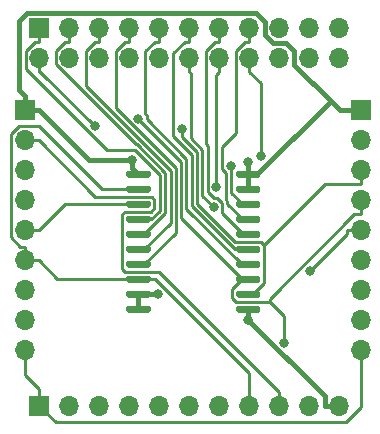
<source format=gbr>
G04 #@! TF.GenerationSoftware,KiCad,Pcbnew,5.1.9*
G04 #@! TF.CreationDate,2021-04-03T20:04:09+02:00*
G04 #@! TF.ProjectId,driverboard,64726976-6572-4626-9f61-72642e6b6963,rev?*
G04 #@! TF.SameCoordinates,Original*
G04 #@! TF.FileFunction,Copper,L1,Top*
G04 #@! TF.FilePolarity,Positive*
%FSLAX46Y46*%
G04 Gerber Fmt 4.6, Leading zero omitted, Abs format (unit mm)*
G04 Created by KiCad (PCBNEW 5.1.9) date 2021-04-03 20:04:09*
%MOMM*%
%LPD*%
G01*
G04 APERTURE LIST*
G04 #@! TA.AperFunction,ComponentPad*
%ADD10R,1.700000X1.700000*%
G04 #@! TD*
G04 #@! TA.AperFunction,ComponentPad*
%ADD11O,1.700000X1.700000*%
G04 #@! TD*
G04 #@! TA.AperFunction,ViaPad*
%ADD12C,0.800000*%
G04 #@! TD*
G04 #@! TA.AperFunction,Conductor*
%ADD13C,0.250000*%
G04 #@! TD*
G04 #@! TA.AperFunction,Conductor*
%ADD14C,0.400000*%
G04 #@! TD*
G04 APERTURE END LIST*
D10*
X127250000Y-107000000D03*
D11*
X127250000Y-109540000D03*
X127250000Y-112080000D03*
X127250000Y-114620000D03*
X127250000Y-117160000D03*
X127250000Y-119700000D03*
X127250000Y-122240000D03*
X127250000Y-124780000D03*
X127250000Y-127320000D03*
D10*
X100000000Y-100000000D03*
D11*
X100000000Y-102540000D03*
X102540000Y-100000000D03*
X102540000Y-102540000D03*
X105080000Y-100000000D03*
X105080000Y-102540000D03*
X107620000Y-100000000D03*
X107620000Y-102540000D03*
X110160000Y-100000000D03*
X110160000Y-102540000D03*
X112700000Y-100000000D03*
X112700000Y-102540000D03*
X115240000Y-100000000D03*
X115240000Y-102540000D03*
X117780000Y-100000000D03*
X117780000Y-102540000D03*
X120320000Y-100000000D03*
X120320000Y-102540000D03*
X122860000Y-100000000D03*
X122860000Y-102540000D03*
X125400000Y-100000000D03*
X125400000Y-102540000D03*
D10*
X98750000Y-107000000D03*
D11*
X98750000Y-109540000D03*
X98750000Y-112080000D03*
X98750000Y-114620000D03*
X98750000Y-117160000D03*
X98750000Y-119700000D03*
X98750000Y-122240000D03*
X98750000Y-124780000D03*
X98750000Y-127320000D03*
D10*
X100000000Y-132000000D03*
D11*
X102540000Y-132000000D03*
X105080000Y-132000000D03*
X107620000Y-132000000D03*
X110160000Y-132000000D03*
X112700000Y-132000000D03*
X115240000Y-132000000D03*
X117780000Y-132000000D03*
X120320000Y-132000000D03*
X122860000Y-132000000D03*
X125400000Y-132000000D03*
G04 #@! TA.AperFunction,SMDPad,CuDef*
G36*
G01*
X107355000Y-112545000D02*
X107355000Y-112245000D01*
G75*
G02*
X107505000Y-112095000I150000J0D01*
G01*
X109255000Y-112095000D01*
G75*
G02*
X109405000Y-112245000I0J-150000D01*
G01*
X109405000Y-112545000D01*
G75*
G02*
X109255000Y-112695000I-150000J0D01*
G01*
X107505000Y-112695000D01*
G75*
G02*
X107355000Y-112545000I0J150000D01*
G01*
G37*
G04 #@! TD.AperFunction*
G04 #@! TA.AperFunction,SMDPad,CuDef*
G36*
G01*
X107355000Y-113815000D02*
X107355000Y-113515000D01*
G75*
G02*
X107505000Y-113365000I150000J0D01*
G01*
X109255000Y-113365000D01*
G75*
G02*
X109405000Y-113515000I0J-150000D01*
G01*
X109405000Y-113815000D01*
G75*
G02*
X109255000Y-113965000I-150000J0D01*
G01*
X107505000Y-113965000D01*
G75*
G02*
X107355000Y-113815000I0J150000D01*
G01*
G37*
G04 #@! TD.AperFunction*
G04 #@! TA.AperFunction,SMDPad,CuDef*
G36*
G01*
X107355000Y-115085000D02*
X107355000Y-114785000D01*
G75*
G02*
X107505000Y-114635000I150000J0D01*
G01*
X109255000Y-114635000D01*
G75*
G02*
X109405000Y-114785000I0J-150000D01*
G01*
X109405000Y-115085000D01*
G75*
G02*
X109255000Y-115235000I-150000J0D01*
G01*
X107505000Y-115235000D01*
G75*
G02*
X107355000Y-115085000I0J150000D01*
G01*
G37*
G04 #@! TD.AperFunction*
G04 #@! TA.AperFunction,SMDPad,CuDef*
G36*
G01*
X107355000Y-116355000D02*
X107355000Y-116055000D01*
G75*
G02*
X107505000Y-115905000I150000J0D01*
G01*
X109255000Y-115905000D01*
G75*
G02*
X109405000Y-116055000I0J-150000D01*
G01*
X109405000Y-116355000D01*
G75*
G02*
X109255000Y-116505000I-150000J0D01*
G01*
X107505000Y-116505000D01*
G75*
G02*
X107355000Y-116355000I0J150000D01*
G01*
G37*
G04 #@! TD.AperFunction*
G04 #@! TA.AperFunction,SMDPad,CuDef*
G36*
G01*
X107355000Y-117625000D02*
X107355000Y-117325000D01*
G75*
G02*
X107505000Y-117175000I150000J0D01*
G01*
X109255000Y-117175000D01*
G75*
G02*
X109405000Y-117325000I0J-150000D01*
G01*
X109405000Y-117625000D01*
G75*
G02*
X109255000Y-117775000I-150000J0D01*
G01*
X107505000Y-117775000D01*
G75*
G02*
X107355000Y-117625000I0J150000D01*
G01*
G37*
G04 #@! TD.AperFunction*
G04 #@! TA.AperFunction,SMDPad,CuDef*
G36*
G01*
X107355000Y-118895000D02*
X107355000Y-118595000D01*
G75*
G02*
X107505000Y-118445000I150000J0D01*
G01*
X109255000Y-118445000D01*
G75*
G02*
X109405000Y-118595000I0J-150000D01*
G01*
X109405000Y-118895000D01*
G75*
G02*
X109255000Y-119045000I-150000J0D01*
G01*
X107505000Y-119045000D01*
G75*
G02*
X107355000Y-118895000I0J150000D01*
G01*
G37*
G04 #@! TD.AperFunction*
G04 #@! TA.AperFunction,SMDPad,CuDef*
G36*
G01*
X107355000Y-120165000D02*
X107355000Y-119865000D01*
G75*
G02*
X107505000Y-119715000I150000J0D01*
G01*
X109255000Y-119715000D01*
G75*
G02*
X109405000Y-119865000I0J-150000D01*
G01*
X109405000Y-120165000D01*
G75*
G02*
X109255000Y-120315000I-150000J0D01*
G01*
X107505000Y-120315000D01*
G75*
G02*
X107355000Y-120165000I0J150000D01*
G01*
G37*
G04 #@! TD.AperFunction*
G04 #@! TA.AperFunction,SMDPad,CuDef*
G36*
G01*
X107355000Y-121435000D02*
X107355000Y-121135000D01*
G75*
G02*
X107505000Y-120985000I150000J0D01*
G01*
X109255000Y-120985000D01*
G75*
G02*
X109405000Y-121135000I0J-150000D01*
G01*
X109405000Y-121435000D01*
G75*
G02*
X109255000Y-121585000I-150000J0D01*
G01*
X107505000Y-121585000D01*
G75*
G02*
X107355000Y-121435000I0J150000D01*
G01*
G37*
G04 #@! TD.AperFunction*
G04 #@! TA.AperFunction,SMDPad,CuDef*
G36*
G01*
X107355000Y-122705000D02*
X107355000Y-122405000D01*
G75*
G02*
X107505000Y-122255000I150000J0D01*
G01*
X109255000Y-122255000D01*
G75*
G02*
X109405000Y-122405000I0J-150000D01*
G01*
X109405000Y-122705000D01*
G75*
G02*
X109255000Y-122855000I-150000J0D01*
G01*
X107505000Y-122855000D01*
G75*
G02*
X107355000Y-122705000I0J150000D01*
G01*
G37*
G04 #@! TD.AperFunction*
G04 #@! TA.AperFunction,SMDPad,CuDef*
G36*
G01*
X107355000Y-123975000D02*
X107355000Y-123675000D01*
G75*
G02*
X107505000Y-123525000I150000J0D01*
G01*
X109255000Y-123525000D01*
G75*
G02*
X109405000Y-123675000I0J-150000D01*
G01*
X109405000Y-123975000D01*
G75*
G02*
X109255000Y-124125000I-150000J0D01*
G01*
X107505000Y-124125000D01*
G75*
G02*
X107355000Y-123975000I0J150000D01*
G01*
G37*
G04 #@! TD.AperFunction*
G04 #@! TA.AperFunction,SMDPad,CuDef*
G36*
G01*
X116655000Y-123975000D02*
X116655000Y-123675000D01*
G75*
G02*
X116805000Y-123525000I150000J0D01*
G01*
X118555000Y-123525000D01*
G75*
G02*
X118705000Y-123675000I0J-150000D01*
G01*
X118705000Y-123975000D01*
G75*
G02*
X118555000Y-124125000I-150000J0D01*
G01*
X116805000Y-124125000D01*
G75*
G02*
X116655000Y-123975000I0J150000D01*
G01*
G37*
G04 #@! TD.AperFunction*
G04 #@! TA.AperFunction,SMDPad,CuDef*
G36*
G01*
X116655000Y-122705000D02*
X116655000Y-122405000D01*
G75*
G02*
X116805000Y-122255000I150000J0D01*
G01*
X118555000Y-122255000D01*
G75*
G02*
X118705000Y-122405000I0J-150000D01*
G01*
X118705000Y-122705000D01*
G75*
G02*
X118555000Y-122855000I-150000J0D01*
G01*
X116805000Y-122855000D01*
G75*
G02*
X116655000Y-122705000I0J150000D01*
G01*
G37*
G04 #@! TD.AperFunction*
G04 #@! TA.AperFunction,SMDPad,CuDef*
G36*
G01*
X116655000Y-121435000D02*
X116655000Y-121135000D01*
G75*
G02*
X116805000Y-120985000I150000J0D01*
G01*
X118555000Y-120985000D01*
G75*
G02*
X118705000Y-121135000I0J-150000D01*
G01*
X118705000Y-121435000D01*
G75*
G02*
X118555000Y-121585000I-150000J0D01*
G01*
X116805000Y-121585000D01*
G75*
G02*
X116655000Y-121435000I0J150000D01*
G01*
G37*
G04 #@! TD.AperFunction*
G04 #@! TA.AperFunction,SMDPad,CuDef*
G36*
G01*
X116655000Y-120165000D02*
X116655000Y-119865000D01*
G75*
G02*
X116805000Y-119715000I150000J0D01*
G01*
X118555000Y-119715000D01*
G75*
G02*
X118705000Y-119865000I0J-150000D01*
G01*
X118705000Y-120165000D01*
G75*
G02*
X118555000Y-120315000I-150000J0D01*
G01*
X116805000Y-120315000D01*
G75*
G02*
X116655000Y-120165000I0J150000D01*
G01*
G37*
G04 #@! TD.AperFunction*
G04 #@! TA.AperFunction,SMDPad,CuDef*
G36*
G01*
X116655000Y-118895000D02*
X116655000Y-118595000D01*
G75*
G02*
X116805000Y-118445000I150000J0D01*
G01*
X118555000Y-118445000D01*
G75*
G02*
X118705000Y-118595000I0J-150000D01*
G01*
X118705000Y-118895000D01*
G75*
G02*
X118555000Y-119045000I-150000J0D01*
G01*
X116805000Y-119045000D01*
G75*
G02*
X116655000Y-118895000I0J150000D01*
G01*
G37*
G04 #@! TD.AperFunction*
G04 #@! TA.AperFunction,SMDPad,CuDef*
G36*
G01*
X116655000Y-117625000D02*
X116655000Y-117325000D01*
G75*
G02*
X116805000Y-117175000I150000J0D01*
G01*
X118555000Y-117175000D01*
G75*
G02*
X118705000Y-117325000I0J-150000D01*
G01*
X118705000Y-117625000D01*
G75*
G02*
X118555000Y-117775000I-150000J0D01*
G01*
X116805000Y-117775000D01*
G75*
G02*
X116655000Y-117625000I0J150000D01*
G01*
G37*
G04 #@! TD.AperFunction*
G04 #@! TA.AperFunction,SMDPad,CuDef*
G36*
G01*
X116655000Y-116355000D02*
X116655000Y-116055000D01*
G75*
G02*
X116805000Y-115905000I150000J0D01*
G01*
X118555000Y-115905000D01*
G75*
G02*
X118705000Y-116055000I0J-150000D01*
G01*
X118705000Y-116355000D01*
G75*
G02*
X118555000Y-116505000I-150000J0D01*
G01*
X116805000Y-116505000D01*
G75*
G02*
X116655000Y-116355000I0J150000D01*
G01*
G37*
G04 #@! TD.AperFunction*
G04 #@! TA.AperFunction,SMDPad,CuDef*
G36*
G01*
X116655000Y-115085000D02*
X116655000Y-114785000D01*
G75*
G02*
X116805000Y-114635000I150000J0D01*
G01*
X118555000Y-114635000D01*
G75*
G02*
X118705000Y-114785000I0J-150000D01*
G01*
X118705000Y-115085000D01*
G75*
G02*
X118555000Y-115235000I-150000J0D01*
G01*
X116805000Y-115235000D01*
G75*
G02*
X116655000Y-115085000I0J150000D01*
G01*
G37*
G04 #@! TD.AperFunction*
G04 #@! TA.AperFunction,SMDPad,CuDef*
G36*
G01*
X116655000Y-113815000D02*
X116655000Y-113515000D01*
G75*
G02*
X116805000Y-113365000I150000J0D01*
G01*
X118555000Y-113365000D01*
G75*
G02*
X118705000Y-113515000I0J-150000D01*
G01*
X118705000Y-113815000D01*
G75*
G02*
X118555000Y-113965000I-150000J0D01*
G01*
X116805000Y-113965000D01*
G75*
G02*
X116655000Y-113815000I0J150000D01*
G01*
G37*
G04 #@! TD.AperFunction*
G04 #@! TA.AperFunction,SMDPad,CuDef*
G36*
G01*
X116655000Y-112545000D02*
X116655000Y-112245000D01*
G75*
G02*
X116805000Y-112095000I150000J0D01*
G01*
X118555000Y-112095000D01*
G75*
G02*
X118705000Y-112245000I0J-150000D01*
G01*
X118705000Y-112545000D01*
G75*
G02*
X118555000Y-112695000I-150000J0D01*
G01*
X116805000Y-112695000D01*
G75*
G02*
X116655000Y-112545000I0J150000D01*
G01*
G37*
G04 #@! TD.AperFunction*
D12*
X104711000Y-108356100D03*
X112073000Y-108610500D03*
X108353700Y-107692800D03*
X120735800Y-126669300D03*
X117680000Y-111382000D03*
X110029200Y-122553700D03*
X117680000Y-124751700D03*
X107855700Y-111165400D03*
X122923900Y-120599600D03*
X114744300Y-115149900D03*
X114975200Y-113482100D03*
X118782500Y-110835200D03*
X116256900Y-111720500D03*
D13*
X100000000Y-101175300D02*
X99632600Y-101175300D01*
X99632600Y-101175300D02*
X98824700Y-101983200D01*
X98824700Y-101983200D02*
X98824700Y-103495500D01*
X98824700Y-103495500D02*
X105691600Y-110362400D01*
X105691600Y-110362400D02*
X108078600Y-110362400D01*
X108078600Y-110362400D02*
X110197100Y-112480900D01*
X110197100Y-112480900D02*
X110197100Y-115493800D01*
X110197100Y-115493800D02*
X109485900Y-116205000D01*
X109485900Y-116205000D02*
X108380000Y-116205000D01*
X100000000Y-100000000D02*
X100000000Y-101175300D01*
X100000000Y-102540000D02*
X100000000Y-103715300D01*
X104711000Y-108356100D02*
X100070200Y-103715300D01*
X100070200Y-103715300D02*
X100000000Y-103715300D01*
X102540000Y-101175300D02*
X102172600Y-101175300D01*
X102172600Y-101175300D02*
X101364700Y-101983200D01*
X101364700Y-101983200D02*
X101364700Y-103041100D01*
X101364700Y-103041100D02*
X108194200Y-109870600D01*
X108194200Y-109870600D02*
X108229800Y-109870600D01*
X108229800Y-109870600D02*
X110647400Y-112288200D01*
X110647400Y-112288200D02*
X110647400Y-115708500D01*
X110647400Y-115708500D02*
X108880900Y-117475000D01*
X108880900Y-117475000D02*
X108380000Y-117475000D01*
X102540000Y-100000000D02*
X102540000Y-101175300D01*
X105080000Y-101175300D02*
X104712600Y-101175300D01*
X104712600Y-101175300D02*
X103904700Y-101983200D01*
X103904700Y-101983200D02*
X103904700Y-104908600D01*
X103904700Y-104908600D02*
X111097700Y-112101600D01*
X111097700Y-112101600D02*
X111097700Y-116530600D01*
X111097700Y-116530600D02*
X108883300Y-118745000D01*
X108883300Y-118745000D02*
X108380000Y-118745000D01*
X105080000Y-100000000D02*
X105080000Y-101175300D01*
X107620000Y-101175300D02*
X107252700Y-101175300D01*
X107252700Y-101175300D02*
X106441500Y-101986500D01*
X106441500Y-101986500D02*
X106441500Y-106806300D01*
X106441500Y-106806300D02*
X111548000Y-111912800D01*
X111548000Y-111912800D02*
X111548000Y-117344800D01*
X111548000Y-117344800D02*
X108877800Y-120015000D01*
X108877800Y-120015000D02*
X108380000Y-120015000D01*
X107620000Y-100000000D02*
X107620000Y-101175300D01*
X98750000Y-109540000D02*
X99925300Y-109540000D01*
X120320000Y-132000000D02*
X120320000Y-130824700D01*
X120320000Y-130824700D02*
X110136300Y-120641000D01*
X110136300Y-120641000D02*
X107281700Y-120641000D01*
X107281700Y-120641000D02*
X107029000Y-120388300D01*
X107029000Y-120388300D02*
X107029000Y-115804300D01*
X107029000Y-115804300D02*
X107263200Y-115570100D01*
X107263200Y-115570100D02*
X109456600Y-115570100D01*
X109456600Y-115570100D02*
X109737700Y-115289000D01*
X109737700Y-115289000D02*
X109737700Y-114547200D01*
X109737700Y-114547200D02*
X109490500Y-114300000D01*
X109490500Y-114300000D02*
X104685300Y-114300000D01*
X104685300Y-114300000D02*
X99925300Y-109540000D01*
X119031000Y-118378800D02*
X118762200Y-118110000D01*
X118762200Y-118110000D02*
X116549500Y-118110000D01*
X116549500Y-118110000D02*
X113349300Y-114909800D01*
X113349300Y-114909800D02*
X113349300Y-110561300D01*
X113349300Y-110561300D02*
X112073000Y-109285000D01*
X112073000Y-109285000D02*
X112073000Y-108610500D01*
X119031000Y-118378800D02*
X119031000Y-121645900D01*
X119031000Y-121645900D02*
X118121900Y-122555000D01*
X118121900Y-122555000D02*
X117680000Y-122555000D01*
X127250000Y-113255300D02*
X124154500Y-113255300D01*
X124154500Y-113255300D02*
X119031000Y-118378800D01*
X127250000Y-112080000D02*
X127250000Y-113255300D01*
X117184000Y-121285000D02*
X116313900Y-122155100D01*
X116313900Y-122155100D02*
X116313900Y-122899800D01*
X116313900Y-122899800D02*
X116604100Y-123190000D01*
X116604100Y-123190000D02*
X119481300Y-123190000D01*
X117680000Y-121285000D02*
X117184000Y-121285000D01*
X108353700Y-107692800D02*
X111998400Y-111337500D01*
X111998400Y-111337500D02*
X111998400Y-116099400D01*
X111998400Y-116099400D02*
X117184000Y-121285000D01*
X119481300Y-123190000D02*
X120735800Y-124444500D01*
X120735800Y-124444500D02*
X120735800Y-126669300D01*
X119481300Y-123190000D02*
X119481300Y-122976400D01*
X119481300Y-122976400D02*
X126662400Y-115795300D01*
X126662400Y-115795300D02*
X127250000Y-115795300D01*
X127250000Y-114620000D02*
X127250000Y-115795300D01*
X99925300Y-117160000D02*
X102150300Y-114935000D01*
X102150300Y-114935000D02*
X108380000Y-114935000D01*
X98750000Y-117160000D02*
X99925300Y-117160000D01*
D14*
X117680000Y-112395000D02*
X117680000Y-111382000D01*
X124650300Y-106178700D02*
X118434000Y-112395000D01*
X118434000Y-112395000D02*
X117680000Y-112395000D01*
X124650300Y-106178700D02*
X121590000Y-103118500D01*
X121590000Y-103118500D02*
X121590000Y-101973800D01*
X121590000Y-101973800D02*
X120905800Y-101289600D01*
X120905800Y-101289600D02*
X119773400Y-101289600D01*
X119773400Y-101289600D02*
X119069600Y-100585800D01*
X119069600Y-100585800D02*
X119069600Y-99507400D01*
X119069600Y-99507400D02*
X118311800Y-98749600D01*
X118311800Y-98749600D02*
X98981900Y-98749600D01*
X98981900Y-98749600D02*
X98265500Y-99466000D01*
X98265500Y-99466000D02*
X98265500Y-105265200D01*
X98265500Y-105265200D02*
X98750000Y-105749700D01*
X125999700Y-107000000D02*
X125471500Y-107000000D01*
X125471500Y-107000000D02*
X124650300Y-106178700D01*
X110029200Y-122553700D02*
X108381300Y-122553700D01*
X108381300Y-122553700D02*
X108380000Y-122555000D01*
X117680000Y-112395000D02*
X117680000Y-113665000D01*
X117680000Y-124751700D02*
X117680000Y-123825000D01*
X124149700Y-132000000D02*
X124149700Y-131221400D01*
X124149700Y-131221400D02*
X117680000Y-124751700D01*
X125400000Y-132000000D02*
X124149700Y-132000000D01*
X98750000Y-107000000D02*
X98750000Y-105749700D01*
X99375200Y-107000000D02*
X98750000Y-107000000D01*
X99375200Y-107000000D02*
X100000300Y-107000000D01*
X108380000Y-112395000D02*
X107855700Y-111870700D01*
X107855700Y-111870700D02*
X107855700Y-111165400D01*
X100000300Y-107000000D02*
X104165700Y-111165400D01*
X104165700Y-111165400D02*
X107855700Y-111165400D01*
X127250000Y-107000000D02*
X125999700Y-107000000D01*
X108380000Y-123825000D02*
X108380000Y-122555000D01*
D13*
X126074700Y-117160000D02*
X126074700Y-117448800D01*
X126074700Y-117448800D02*
X122923900Y-120599600D01*
X127250000Y-117160000D02*
X126074700Y-117160000D01*
X108380000Y-113665000D02*
X105309900Y-113665000D01*
X105309900Y-113665000D02*
X99978300Y-108333400D01*
X99978300Y-108333400D02*
X98237600Y-108333400D01*
X98237600Y-108333400D02*
X97553100Y-109017900D01*
X97553100Y-109017900D02*
X97553100Y-117695100D01*
X97553100Y-117695100D02*
X98382700Y-118524700D01*
X98382700Y-118524700D02*
X98750000Y-118524700D01*
X108380000Y-121285000D02*
X109793800Y-121285000D01*
X109793800Y-121285000D02*
X117780000Y-129271200D01*
X117780000Y-129271200D02*
X117780000Y-132000000D01*
X98750000Y-119700000D02*
X98750000Y-118524700D01*
X99337700Y-119700000D02*
X98750000Y-119700000D01*
X99337700Y-119700000D02*
X99925300Y-119700000D01*
X99925300Y-119700000D02*
X101510300Y-121285000D01*
X101510300Y-121285000D02*
X108380000Y-121285000D01*
X100000000Y-132000000D02*
X100000000Y-130624700D01*
X100000000Y-130624700D02*
X98750000Y-129374700D01*
X98750000Y-129374700D02*
X98750000Y-127320000D01*
X127250000Y-127320000D02*
X127250000Y-132122100D01*
X127250000Y-132122100D02*
X125975000Y-133397100D01*
X125975000Y-133397100D02*
X101397100Y-133397100D01*
X101397100Y-133397100D02*
X100000000Y-132000000D01*
X117680000Y-120015000D02*
X117112500Y-120015000D01*
X117112500Y-120015000D02*
X112448700Y-115351200D01*
X112448700Y-115351200D02*
X112448700Y-111121100D01*
X112448700Y-111121100D02*
X109079000Y-107751400D01*
X109079000Y-107751400D02*
X109079000Y-107392300D01*
X109079000Y-107392300D02*
X108976800Y-107290100D01*
X108976800Y-107290100D02*
X108976800Y-101991200D01*
X108976800Y-101991200D02*
X109792700Y-101175300D01*
X109792700Y-101175300D02*
X110160000Y-101175300D01*
X110160000Y-100000000D02*
X110160000Y-101175300D01*
X117680000Y-118745000D02*
X116541000Y-118745000D01*
X116541000Y-118745000D02*
X112899000Y-115103000D01*
X112899000Y-115103000D02*
X112899000Y-110747900D01*
X112899000Y-110747900D02*
X111347700Y-109196600D01*
X111347700Y-109196600D02*
X111347700Y-102160200D01*
X111347700Y-102160200D02*
X112332600Y-101175300D01*
X112332600Y-101175300D02*
X112700000Y-101175300D01*
X112700000Y-100000000D02*
X112700000Y-101175300D01*
X114744300Y-115149900D02*
X113799600Y-114205200D01*
X113799600Y-114205200D02*
X113799600Y-110374700D01*
X113799600Y-110374700D02*
X112798300Y-109373400D01*
X112798300Y-109373400D02*
X112798300Y-103813600D01*
X112798300Y-103813600D02*
X112700000Y-103715300D01*
X112700000Y-102540000D02*
X112700000Y-103715300D01*
X117680000Y-117475000D02*
X117227200Y-117475000D01*
X117227200Y-117475000D02*
X115469600Y-115717400D01*
X115469600Y-115717400D02*
X115469600Y-114849400D01*
X115469600Y-114849400D02*
X115044800Y-114424600D01*
X115044800Y-114424600D02*
X114778000Y-114424600D01*
X114778000Y-114424600D02*
X114249900Y-113896500D01*
X114249900Y-113896500D02*
X114249900Y-110037400D01*
X114249900Y-110037400D02*
X114064700Y-109852200D01*
X114064700Y-109852200D02*
X114064700Y-101983200D01*
X114064700Y-101983200D02*
X114872600Y-101175300D01*
X114872600Y-101175300D02*
X115240000Y-101175300D01*
X115240000Y-100000000D02*
X115240000Y-101175300D01*
X115240000Y-103715300D02*
X114975200Y-103980100D01*
X114975200Y-103980100D02*
X114975200Y-113482100D01*
X115240000Y-102540000D02*
X115240000Y-103715300D01*
X117680000Y-116205000D02*
X117195300Y-116205000D01*
X117195300Y-116205000D02*
X115919900Y-114929600D01*
X115919900Y-114929600D02*
X115919900Y-114662800D01*
X115919900Y-114662800D02*
X115806600Y-114549500D01*
X115806600Y-114549500D02*
X115806600Y-112295900D01*
X115806600Y-112295900D02*
X115460600Y-111949900D01*
X115460600Y-111949900D02*
X115460600Y-110082900D01*
X115460600Y-110082900D02*
X116604700Y-108938800D01*
X116604700Y-108938800D02*
X116604700Y-101983200D01*
X116604700Y-101983200D02*
X117412600Y-101175300D01*
X117412600Y-101175300D02*
X117780000Y-101175300D01*
X117780000Y-100000000D02*
X117780000Y-101175300D01*
X117780000Y-102540000D02*
X117780000Y-103715300D01*
X118782500Y-110835200D02*
X118782500Y-104717800D01*
X118782500Y-104717800D02*
X117780000Y-103715300D01*
X117680000Y-114935000D02*
X117195900Y-114935000D01*
X117195900Y-114935000D02*
X116256900Y-113996000D01*
X116256900Y-113996000D02*
X116256900Y-111720500D01*
M02*

</source>
